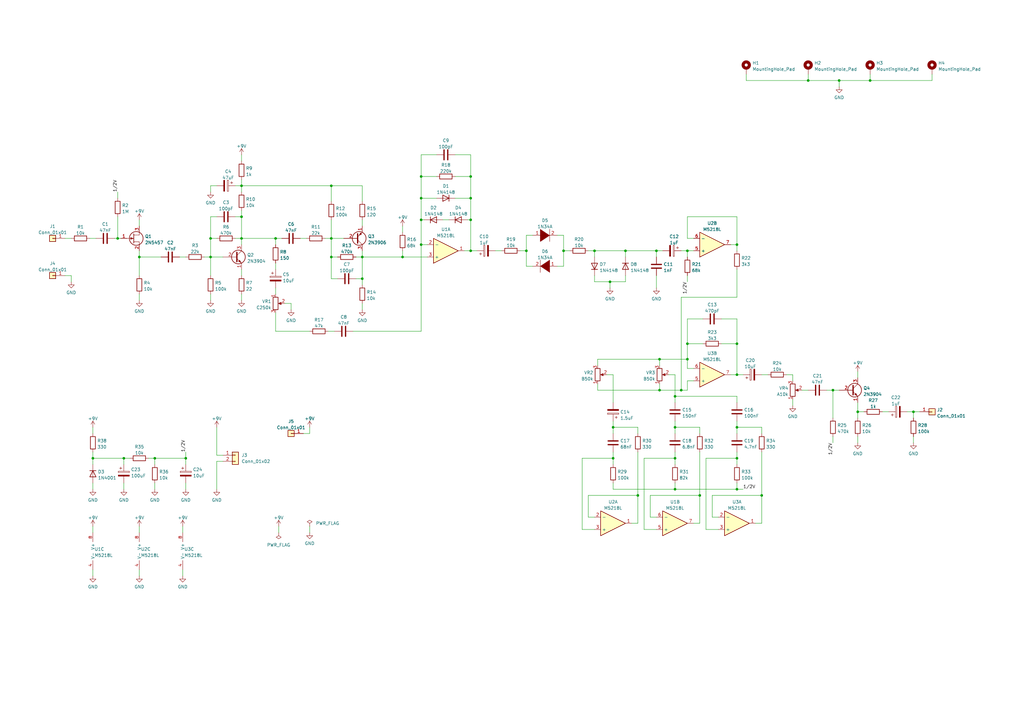
<source format=kicad_sch>
(kicad_sch (version 20211123) (generator eeschema)
  (paper "A3")
  (title_block (title "HS2") (date "2023-04-23") (rev "v1.0") (comment 1 "Author: Gabriel Mariano Marcelino <gabriel.mm8@gmail.com>"))
  (junction (at 148.59 114.3))
  (junction (at 86.36 105.41))
  (junction (at 57.15 105.41))
  (junction (at 302.26 187.96))
  (junction (at 148.59 105.41))
  (junction (at 251.46 175.26))
  (junction (at 276.86 187.96))
  (junction (at 38.1 187.96))
  (junction (at 302.26 100.33))
  (junction (at 312.42 203.2))
  (junction (at 302.26 140.97))
  (junction (at 193.04 90.17))
  (junction (at 276.86 162.56))
  (junction (at 250.19 115.57))
  (junction (at 172.72 81.28))
  (junction (at 231.14 102.87))
  (junction (at 193.04 72.39))
  (junction (at 351.79 168.91))
  (junction (at 302.26 153.67))
  (junction (at 135.89 105.41))
  (junction (at 165.1 105.41))
  (junction (at 172.72 90.17))
  (junction (at 356.87 33.02))
  (junction (at 48.26 97.79))
  (junction (at 281.94 140.97))
  (junction (at 302.26 175.26))
  (junction (at 63.5 187.96))
  (junction (at 135.89 76.2))
  (junction (at 135.89 97.79))
  (junction (at 281.94 147.32))
  (junction (at 256.54 102.87))
  (junction (at 193.04 102.87))
  (junction (at 341.63 160.02))
  (junction (at 279.4 160.02))
  (junction (at 215.9 102.87))
  (junction (at 261.62 203.2))
  (junction (at 281.94 102.87))
  (junction (at 344.17 33.02))
  (junction (at 302.26 200.66))
  (junction (at 99.06 88.9))
  (junction (at 270.51 147.32))
  (junction (at 99.06 97.79))
  (junction (at 287.02 203.2))
  (junction (at 374.65 168.91))
  (junction (at 50.8 187.96))
  (junction (at 243.84 102.87))
  (junction (at 251.46 187.96))
  (junction (at 86.36 97.79))
  (junction (at 276.86 175.26))
  (junction (at 331.47 33.02))
  (junction (at 172.72 72.39))
  (junction (at 193.04 81.28))
  (junction (at 172.72 100.33))
  (junction (at 99.06 76.2))
  (junction (at 276.86 200.66))
  (junction (at 76.2 187.96))
  (junction (at 269.24 102.87))
  (junction (at 113.03 97.79))
  (junction (at 270.51 160.02))
  (wire (pts (xy 276.86 185.42) (xy 276.86 187.96)))
  (wire (pts (xy 38.1 215.9) (xy 38.1 218.44)))
  (wire (pts (xy 351.79 152.4) (xy 351.79 154.94)))
  (wire (pts (xy 302.26 130.81) (xy 302.26 140.97)))
  (wire (pts (xy 215.9 109.22) (xy 215.9 102.87)))
  (wire (pts (xy 96.52 97.79) (xy 99.06 97.79)))
  (wire (pts (xy 264.16 217.17) (xy 264.16 187.96)))
  (wire (pts (xy 302.26 185.42) (xy 302.26 187.96)))
  (wire (pts (xy 99.06 88.9) (xy 99.06 97.79)))
  (wire (pts (xy 374.65 168.91) (xy 377.19 168.91)))
  (wire (pts (xy 113.03 97.79) (xy 113.03 100.33)))
  (wire (pts (xy 251.46 200.66) (xy 276.86 200.66)))
  (wire (pts (xy 60.96 187.96) (xy 63.5 187.96)))
  (wire (pts (xy 231.14 109.22) (xy 228.6 109.22)))
  (wire (pts (xy 114.3 215.9) (xy 114.3 218.44)))
  (wire (pts (xy 181.61 90.17) (xy 184.15 90.17)))
  (wire (pts (xy 281.94 102.87) (xy 281.94 105.41)))
  (wire (pts (xy 261.62 185.42) (xy 261.62 203.2)))
  (wire (pts (xy 269.24 105.41) (xy 269.24 102.87)))
  (wire (pts (xy 251.46 175.26) (xy 251.46 177.8)))
  (wire (pts (xy 119.38 124.46) (xy 119.38 127)))
  (wire (pts (xy 256.54 105.41) (xy 256.54 102.87)))
  (wire (pts (xy 148.59 124.46) (xy 148.59 127)))
  (wire (pts (xy 186.69 63.5) (xy 193.04 63.5)))
  (wire (pts (xy 276.86 187.96) (xy 276.86 190.5)))
  (wire (pts (xy 312.42 153.67) (xy 314.96 153.67)))
  (wire (pts (xy 127 215.9) (xy 127 218.44)))
  (wire (pts (xy 243.84 115.57) (xy 250.19 115.57)))
  (wire (pts (xy 135.89 76.2) (xy 135.89 82.55)))
  (wire (pts (xy 264.16 187.96) (xy 276.86 187.96)))
  (wire (pts (xy 295.91 140.97) (xy 302.26 140.97)))
  (wire (pts (xy 281.94 102.87) (xy 284.48 102.87)))
  (wire (pts (xy 172.72 90.17) (xy 172.72 100.33)))
  (wire (pts (xy 179.07 63.5) (xy 172.72 63.5)))
  (wire (pts (xy 281.94 156.21) (xy 281.94 160.02)))
  (wire (pts (xy 243.84 113.03) (xy 243.84 115.57)))
  (wire (pts (xy 256.54 113.03) (xy 256.54 115.57)))
  (wire (pts (xy 186.69 81.28) (xy 193.04 81.28)))
  (wire (pts (xy 238.76 217.17) (xy 238.76 187.96)))
  (wire (pts (xy 99.06 97.79) (xy 113.03 97.79)))
  (wire (pts (xy 48.26 78.74) (xy 48.26 81.28)))
  (wire (pts (xy 135.89 90.17) (xy 135.89 97.79)))
  (wire (pts (xy 99.06 76.2) (xy 135.89 76.2)))
  (wire (pts (xy 148.59 114.3) (xy 148.59 116.84)))
  (wire (pts (xy 135.89 105.41) (xy 138.43 105.41)))
  (wire (pts (xy 74.93 215.9) (xy 74.93 218.44)))
  (wire (pts (xy 266.7 203.2) (xy 266.7 212.09)))
  (wire (pts (xy 356.87 33.02) (xy 356.87 30.48)))
  (wire (pts (xy 243.84 102.87) (xy 256.54 102.87)))
  (wire (pts (xy 135.89 76.2) (xy 148.59 76.2)))
  (wire (pts (xy 299.72 100.33) (xy 302.26 100.33)))
  (wire (pts (xy 245.11 160.02) (xy 270.51 160.02)))
  (wire (pts (xy 29.21 113.03) (xy 29.21 115.57)))
  (wire (pts (xy 179.07 72.39) (xy 172.72 72.39)))
  (wire (pts (xy 354.33 168.91) (xy 351.79 168.91)))
  (wire (pts (xy 127 175.26) (xy 127 177.8)))
  (wire (pts (xy 289.56 217.17) (xy 294.64 217.17)))
  (wire (pts (xy 312.42 185.42) (xy 312.42 203.2)))
  (wire (pts (xy 309.88 214.63) (xy 312.42 214.63)))
  (wire (pts (xy 302.26 175.26) (xy 302.26 177.8)))
  (wire (pts (xy 284.48 214.63) (xy 287.02 214.63)))
  (wire (pts (xy 251.46 172.72) (xy 251.46 175.26)))
  (wire (pts (xy 86.36 120.65) (xy 86.36 123.19)))
  (wire (pts (xy 276.86 175.26) (xy 276.86 177.8)))
  (wire (pts (xy 281.94 113.03) (xy 281.94 115.57)))
  (wire (pts (xy 146.05 105.41) (xy 148.59 105.41)))
  (wire (pts (xy 172.72 72.39) (xy 172.72 81.28)))
  (wire (pts (xy 172.72 81.28) (xy 172.72 90.17)))
  (wire (pts (xy 190.5 102.87) (xy 193.04 102.87)))
  (wire (pts (xy 261.62 203.2) (xy 241.3 203.2)))
  (wire (pts (xy 245.11 147.32) (xy 270.51 147.32)))
  (wire (pts (xy 175.26 100.33) (xy 172.72 100.33)))
  (wire (pts (xy 279.4 102.87) (xy 281.94 102.87)))
  (wire (pts (xy 50.8 187.96) (xy 53.34 187.96)))
  (wire (pts (xy 99.06 120.65) (xy 99.06 123.19)))
  (wire (pts (xy 113.03 107.95) (xy 113.03 110.49)))
  (wire (pts (xy 215.9 96.52) (xy 215.9 102.87)))
  (wire (pts (xy 276.86 162.56) (xy 276.86 165.1)))
  (wire (pts (xy 57.15 105.41) (xy 66.04 105.41)))
  (wire (pts (xy 48.26 88.9) (xy 48.26 97.79)))
  (wire (pts (xy 63.5 198.12) (xy 63.5 200.66)))
  (wire (pts (xy 302.26 100.33) (xy 302.26 102.87)))
  (wire (pts (xy 351.79 179.07) (xy 351.79 181.61)))
  (wire (pts (xy 73.66 105.41) (xy 76.2 105.41)))
  (wire (pts (xy 302.26 165.1) (xy 302.26 162.56)))
  (wire (pts (xy 266.7 212.09) (xy 269.24 212.09)))
  (wire (pts (xy 331.47 30.48) (xy 331.47 33.02)))
  (wire (pts (xy 302.26 100.33) (xy 302.26 88.9)))
  (wire (pts (xy 251.46 185.42) (xy 251.46 187.96)))
  (wire (pts (xy 339.09 160.02) (xy 341.63 160.02)))
  (wire (pts (xy 250.19 115.57) (xy 250.19 118.11)))
  (wire (pts (xy 228.6 96.52) (xy 231.14 96.52)))
  (wire (pts (xy 57.15 120.65) (xy 57.15 123.19)))
  (wire (pts (xy 281.94 140.97) (xy 288.29 140.97)))
  (wire (pts (xy 238.76 187.96) (xy 251.46 187.96)))
  (wire (pts (xy 312.42 214.63) (xy 312.42 203.2)))
  (wire (pts (xy 302.26 162.56) (xy 276.86 162.56)))
  (wire (pts (xy 245.11 149.86) (xy 245.11 147.32)))
  (wire (pts (xy 57.15 215.9) (xy 57.15 218.44)))
  (wire (pts (xy 113.03 97.79) (xy 115.57 97.79)))
  (wire (pts (xy 63.5 187.96) (xy 76.2 187.96)))
  (wire (pts (xy 241.3 203.2) (xy 241.3 212.09)))
  (wire (pts (xy 148.59 105.41) (xy 148.59 114.3)))
  (wire (pts (xy 312.42 177.8) (xy 312.42 175.26)))
  (wire (pts (xy 281.94 130.81) (xy 281.94 140.97)))
  (wire (pts (xy 83.82 105.41) (xy 86.36 105.41)))
  (wire (pts (xy 270.51 147.32) (xy 270.51 149.86)))
  (wire (pts (xy 261.62 214.63) (xy 261.62 203.2)))
  (wire (pts (xy 99.06 86.36) (xy 99.06 88.9)))
  (wire (pts (xy 193.04 102.87) (xy 193.04 90.17)))
  (wire (pts (xy 382.27 33.02) (xy 356.87 33.02)))
  (wire (pts (xy 287.02 214.63) (xy 287.02 203.2)))
  (wire (pts (xy 274.32 153.67) (xy 276.86 153.67)))
  (wire (pts (xy 243.84 217.17) (xy 238.76 217.17)))
  (wire (pts (xy 351.79 165.1) (xy 351.79 168.91)))
  (wire (pts (xy 295.91 130.81) (xy 302.26 130.81)))
  (wire (pts (xy 38.1 198.12) (xy 38.1 200.66)))
  (wire (pts (xy 276.86 200.66) (xy 302.26 200.66)))
  (wire (pts (xy 99.06 76.2) (xy 99.06 78.74)))
  (wire (pts (xy 48.26 97.79) (xy 49.53 97.79)))
  (wire (pts (xy 88.9 189.23) (xy 91.44 189.23)))
  (wire (pts (xy 328.93 160.02) (xy 331.47 160.02)))
  (wire (pts (xy 269.24 102.87) (xy 256.54 102.87)))
  (wire (pts (xy 341.63 160.02) (xy 344.17 160.02)))
  (wire (pts (xy 99.06 110.49) (xy 99.06 113.03)))
  (wire (pts (xy 99.06 73.66) (xy 99.06 76.2)))
  (wire (pts (xy 88.9 175.26) (xy 88.9 186.69)))
  (wire (pts (xy 269.24 113.03) (xy 269.24 118.11)))
  (wire (pts (xy 312.42 203.2) (xy 292.1 203.2)))
  (wire (pts (xy 302.26 153.67) (xy 302.26 140.97)))
  (wire (pts (xy 344.17 33.02) (xy 344.17 35.56)))
  (wire (pts (xy 50.8 187.96) (xy 50.8 190.5)))
  (wire (pts (xy 134.62 135.89) (xy 137.16 135.89)))
  (wire (pts (xy 302.26 175.26) (xy 312.42 175.26)))
  (wire (pts (xy 186.69 72.39) (xy 193.04 72.39)))
  (wire (pts (xy 361.95 168.91) (xy 364.49 168.91)))
  (wire (pts (xy 288.29 130.81) (xy 281.94 130.81)))
  (wire (pts (xy 86.36 88.9) (xy 86.36 97.79)))
  (wire (pts (xy 302.26 200.66) (xy 304.8 200.66)))
  (wire (pts (xy 57.15 105.41) (xy 57.15 113.03)))
  (wire (pts (xy 38.1 185.42) (xy 38.1 187.96)))
  (wire (pts (xy 279.4 160.02) (xy 281.94 160.02)))
  (wire (pts (xy 284.48 156.21) (xy 281.94 156.21)))
  (wire (pts (xy 113.03 118.11) (xy 113.03 120.65)))
  (wire (pts (xy 86.36 105.41) (xy 86.36 113.03)))
  (wire (pts (xy 96.52 88.9) (xy 99.06 88.9)))
  (wire (pts (xy 50.8 198.12) (xy 50.8 200.66)))
  (wire (pts (xy 165.1 102.87) (xy 165.1 105.41)))
  (wire (pts (xy 251.46 153.67) (xy 251.46 165.1)))
  (wire (pts (xy 57.15 90.17) (xy 57.15 92.71)))
  (wire (pts (xy 281.94 151.13) (xy 281.94 147.32)))
  (wire (pts (xy 279.4 121.92) (xy 302.26 121.92)))
  (wire (pts (xy 241.3 212.09) (xy 243.84 212.09)))
  (wire (pts (xy 38.1 187.96) (xy 38.1 190.5)))
  (wire (pts (xy 113.03 128.27) (xy 113.03 135.89)))
  (wire (pts (xy 248.92 153.67) (xy 251.46 153.67)))
  (wire (pts (xy 251.46 187.96) (xy 251.46 190.5)))
  (wire (pts (xy 193.04 63.5) (xy 193.04 72.39)))
  (wire (pts (xy 270.51 160.02) (xy 270.51 157.48)))
  (wire (pts (xy 251.46 198.12) (xy 251.46 200.66)))
  (wire (pts (xy 193.04 102.87) (xy 195.58 102.87)))
  (wire (pts (xy 99.06 63.5) (xy 99.06 66.04)))
  (wire (pts (xy 179.07 81.28) (xy 172.72 81.28)))
  (wire (pts (xy 86.36 76.2) (xy 88.9 76.2)))
  (wire (pts (xy 264.16 217.17) (xy 269.24 217.17)))
  (wire (pts (xy 113.03 135.89) (xy 127 135.89)))
  (wire (pts (xy 146.05 114.3) (xy 148.59 114.3)))
  (wire (pts (xy 322.58 153.67) (xy 325.12 153.67)))
  (wire (pts (xy 215.9 102.87) (xy 213.36 102.87)))
  (wire (pts (xy 173.99 90.17) (xy 172.72 90.17)))
  (wire (pts (xy 276.86 175.26) (xy 287.02 175.26)))
  (wire (pts (xy 243.84 102.87) (xy 243.84 105.41)))
  (wire (pts (xy 88.9 88.9) (xy 86.36 88.9)))
  (wire (pts (xy 302.26 121.92) (xy 302.26 110.49)))
  (wire (pts (xy 148.59 90.17) (xy 148.59 92.71)))
  (wire (pts (xy 135.89 114.3) (xy 138.43 114.3)))
  (wire (pts (xy 26.67 113.03) (xy 29.21 113.03)))
  (wire (pts (xy 148.59 76.2) (xy 148.59 82.55)))
  (wire (pts (xy 284.48 151.13) (xy 281.94 151.13)))
  (wire (pts (xy 292.1 203.2) (xy 292.1 212.09)))
  (wire (pts (xy 193.04 90.17) (xy 191.77 90.17)))
  (wire (pts (xy 172.72 63.5) (xy 172.72 72.39)))
  (wire (pts (xy 372.11 168.91) (xy 374.65 168.91)))
  (wire (pts (xy 259.08 214.63) (xy 261.62 214.63)))
  (wire (pts (xy 165.1 105.41) (xy 175.26 105.41)))
  (wire (pts (xy 172.72 135.89) (xy 144.78 135.89)))
  (wire (pts (xy 63.5 187.96) (xy 63.5 190.5)))
  (wire (pts (xy 96.52 76.2) (xy 99.06 76.2)))
  (wire (pts (xy 86.36 78.74) (xy 86.36 76.2)))
  (wire (pts (xy 218.44 96.52) (xy 215.9 96.52)))
  (wire (pts (xy 306.07 30.48) (xy 306.07 33.02)))
  (wire (pts (xy 276.86 153.67) (xy 276.86 162.56)))
  (wire (pts (xy 289.56 217.17) (xy 289.56 187.96)))
  (wire (pts (xy 302.26 153.67) (xy 304.8 153.67)))
  (wire (pts (xy 193.04 72.39) (xy 193.04 81.28)))
  (wire (pts (xy 245.11 157.48) (xy 245.11 160.02)))
  (wire (pts (xy 36.83 97.79) (xy 39.37 97.79)))
  (wire (pts (xy 302.26 172.72) (xy 302.26 175.26)))
  (wire (pts (xy 382.27 30.48) (xy 382.27 33.02)))
  (wire (pts (xy 86.36 97.79) (xy 88.9 97.79)))
  (wire (pts (xy 270.51 160.02) (xy 279.4 160.02)))
  (wire (pts (xy 38.1 187.96) (xy 50.8 187.96)))
  (wire (pts (xy 374.65 168.91) (xy 374.65 171.45)))
  (wire (pts (xy 250.19 115.57) (xy 256.54 115.57)))
  (wire (pts (xy 281.94 88.9) (xy 281.94 97.79)))
  (wire (pts (xy 172.72 100.33) (xy 172.72 135.89)))
  (wire (pts (xy 99.06 97.79) (xy 99.06 100.33)))
  (wire (pts (xy 287.02 177.8) (xy 287.02 175.26)))
  (wire (pts (xy 127 177.8) (xy 124.46 177.8)))
  (wire (pts (xy 38.1 233.68) (xy 38.1 236.22)))
  (wire (pts (xy 123.19 97.79) (xy 125.73 97.79)))
  (wire (pts (xy 57.15 233.68) (xy 57.15 236.22)))
  (wire (pts (xy 281.94 97.79) (xy 284.48 97.79)))
  (wire (pts (xy 374.65 179.07) (xy 374.65 181.61)))
  (wire (pts (xy 279.4 160.02) (xy 279.4 121.92)))
  (wire (pts (xy 289.56 187.96) (xy 302.26 187.96)))
  (wire (pts (xy 135.89 105.41) (xy 135.89 114.3)))
  (wire (pts (xy 281.94 147.32) (xy 281.94 140.97)))
  (wire (pts (xy 299.72 153.67) (xy 302.26 153.67)))
  (wire (pts (xy 38.1 175.26) (xy 38.1 177.8)))
  (wire (pts (xy 203.2 102.87) (xy 205.74 102.87)))
  (wire (pts (xy 306.07 33.02) (xy 331.47 33.02)))
  (wire (pts (xy 251.46 175.26) (xy 261.62 175.26)))
  (wire (pts (xy 231.14 102.87) (xy 231.14 109.22)))
  (wire (pts (xy 218.44 109.22) (xy 215.9 109.22)))
  (wire (pts (xy 325.12 163.83) (xy 325.12 166.37)))
  (wire (pts (xy 135.89 97.79) (xy 140.97 97.79)))
  (wire (pts (xy 292.1 212.09) (xy 294.64 212.09)))
  (wire (pts (xy 351.79 168.91) (xy 351.79 171.45)))
  (wire (pts (xy 276.86 172.72) (xy 276.86 175.26)))
  (wire (pts (xy 261.62 177.8) (xy 261.62 175.26)))
  (wire (pts (xy 26.67 97.79) (xy 29.21 97.79)))
  (wire (pts (xy 193.04 81.28) (xy 193.04 90.17)))
  (wire (pts (xy 269.24 102.87) (xy 271.78 102.87)))
  (wire (pts (xy 74.93 233.68) (xy 74.93 236.22)))
  (wire (pts (xy 165.1 105.41) (xy 148.59 105.41)))
  (wire (pts (xy 76.2 190.5) (xy 76.2 187.96)))
  (wire (pts (xy 325.12 153.67) (xy 325.12 156.21)))
  (wire (pts (xy 302.26 198.12) (xy 302.26 200.66)))
  (wire (pts (xy 86.36 105.41) (xy 91.44 105.41)))
  (wire (pts (xy 276.86 200.66) (xy 276.86 198.12)))
  (wire (pts (xy 231.14 102.87) (xy 233.68 102.87)))
  (wire (pts (xy 133.35 97.79) (xy 135.89 97.79)))
  (wire (pts (xy 231.14 96.52) (xy 231.14 102.87)))
  (wire (pts (xy 344.17 33.02) (xy 356.87 33.02)))
  (wire (pts (xy 116.84 124.46) (xy 119.38 124.46)))
  (wire (pts (xy 241.3 102.87) (xy 243.84 102.87)))
  (wire (pts (xy 287.02 185.42) (xy 287.02 203.2)))
  (wire (pts (xy 135.89 97.79) (xy 135.89 105.41)))
  (wire (pts (xy 88.9 186.69) (xy 91.44 186.69)))
  (wire (pts (xy 302.26 187.96) (xy 302.26 190.5)))
  (wire (pts (xy 88.9 200.66) (xy 88.9 189.23)))
  (wire (pts (xy 76.2 198.12) (xy 76.2 200.66)))
  (wire (pts (xy 46.99 97.79) (xy 48.26 97.79)))
  (wire (pts (xy 148.59 102.87) (xy 148.59 105.41)))
  (wire (pts (xy 302.26 88.9) (xy 281.94 88.9)))
  (wire (pts (xy 341.63 160.02) (xy 341.63 171.45)))
  (wire (pts (xy 270.51 147.32) (xy 281.94 147.32)))
  (wire (pts (xy 287.02 203.2) (xy 266.7 203.2)))
  (wire (pts (xy 165.1 92.71) (xy 165.1 95.25)))
  (wire (pts (xy 341.63 179.07) (xy 341.63 181.61)))
  (wire (pts (xy 331.47 33.02) (xy 344.17 33.02)))
  (wire (pts (xy 57.15 102.87) (xy 57.15 105.41)))
  (wire (pts (xy 86.36 97.79) (xy 86.36 105.41)))
  (wire (pts (xy 76.2 185.42) (xy 76.2 187.96)))
  (label "1{slash}2V" (at 76.2 185.42 90))
  (label "1{slash}2V" (at 304.8 200.66 0))
  (label "1{slash}2V" (at 48.26 78.74 90))
  (label "1{slash}2V" (at 341.63 181.61 270))
  (label "1{slash}2V" (at 281.94 115.57 270))
  (symbol (lib_id "Device:R_Potentiometer") (at 325.12 160.02 0) (mirror x) (unit 1)
    (property "Reference" "VR4" (at 323.342 159.1853 0) (effects (justify right)))
    (property "Value" "A10k" (at 323.342 161.7222 0) (effects (justify right)))
    (property "Footprint" "TerminalBlock:TerminalBlock_bornier-3_P5.08mm" (effects hide))
  )
  (symbol (lib_id "Device:C_Polarized") (at 92.71 76.2 270) (unit 1)
    (property "Reference" "C4" (at 93.599 70.3412 90))
    (property "Value" "47uF" (at 93.599 72.8781 90))
    (property "Footprint" "Capacitor_THT:CP_Radial_D5.0mm_P2.50mm" (effects hide))
  )
  (symbol (lib_id "Device:C") (at 335.28 160.02 90) (unit 1)
    (property "Reference" "C21" (at 335.28 154.1612 90))
    (property "Value" "47nF" (at 335.28 156.6981 90))
    (property "Footprint" "Capacitor_THT:C_Disc_D4.3mm_W1.9mm_P5.00mm" (effects hide))
  )
  (symbol (lib_id "power:GND") (at 86.36 78.74 0) (unit 1)
    (property "Reference" "#PWR014" (effects hide))
    (property "Value" "GND" (at 86.36 83.1834 0))
  )
  (symbol (lib_id "power:GND") (at 76.2 200.66 0) (unit 1)
    (property "Reference" "#PWR013" (effects hide))
    (property "Value" "GND" (at 76.2 205.1034 0))
  )
  (symbol (lib_id "Device:C_Polarized") (at 368.3 168.91 90) (unit 1)
    (property "Reference" "C22" (at 367.411 163.0512 90))
    (property "Value" "1uF" (at 367.411 165.5881 90))
    (property "Footprint" "Capacitor_THT:CP_Radial_D5.0mm_P2.50mm" (effects hide))
  )
  (symbol (lib_id "Connector_Generic:Conn_01x01") (at 21.59 113.03 180) (unit 1)
    (property "Reference" "J4" (at 21.59 108.0602 0))
    (property "Value" "Conn_01x01" (at 21.59 110.5971 0))
    (property "Footprint" "Connector_PinHeader_2.54mm:PinHeader_1x01_P2.54mm_Vertical" (effects hide))
  )
  (symbol (lib_id "Device:Opamp_Dual") (at 292.1 153.67 0) (mirror x) (unit 2)
    (property "Reference" "U3" (at 292.1 144.8902 0))
    (property "Value" "M5218L" (at 292.1 147.4271 0))
    (property "Footprint" "Package_SIP:SIP-8_19x3mm_P2.54mm" (effects hide))
  )
  (symbol (lib_id "Device:R") (at 99.06 116.84 180) (unit 1)
    (property "Reference" "R7" (at 100.838 116.0053 0) (effects (justify right)))
    (property "Value" "22" (at 100.838 118.5422 0) (effects (justify right)))
    (property "Footprint" "Resistor_THT:R_Axial_DIN0207_L6.3mm_D2.5mm_P10.16mm_Horizontal" (effects hide))
  )
  (symbol (lib_id "Diode:1N4148") (at 177.8 90.17 0) (unit 1)
    (property "Reference" "D2" (at 177.8 85.2002 0))
    (property "Value" "1N4148" (at 177.8 87.7371 0))
    (property "Footprint" "Diode_THT:D_DO-35_SOD27_P7.62mm_Horizontal" (effects hide))
    (property "Datasheet" "https://assets.nexperia.com/documents/data-sheet/1N4148_1N4448.pdf" (effects hide))
  )
  (symbol (lib_id "Device:R") (at 33.02 97.79 90) (unit 1)
    (property "Reference" "R1" (at 33.02 93.0742 90))
    (property "Value" "10k" (at 33.02 95.6111 90))
    (property "Footprint" "Resistor_THT:R_Axial_DIN0207_L6.3mm_D2.5mm_P10.16mm_Horizontal" (effects hide))
  )
  (symbol (lib_id "Device:R") (at 281.94 109.22 180) (unit 1)
    (property "Reference" "R21" (at 283.718 108.3853 0) (effects (justify right)))
    (property "Value" "68k" (at 283.718 110.9222 0) (effects (justify right)))
    (property "Footprint" "Resistor_THT:R_Axial_DIN0207_L6.3mm_D2.5mm_P10.16mm_Horizontal" (effects hide))
  )
  (symbol (lib_id "power:+9V") (at 38.1 175.26 0) (unit 1)
    (property "Reference" "#PWR01" (effects hide))
    (property "Value" "+9V" (at 38.1 171.6842 0))
  )
  (symbol (lib_id "power:+9V") (at 351.79 152.4 0) (unit 1)
    (property "Reference" "#PWR025" (effects hide))
    (property "Value" "+9V" (at 351.79 148.8242 0))
  )
  (symbol (lib_id "Transistor_BJT:2N3904") (at 96.52 105.41 0) (unit 1)
    (property "Reference" "Q2" (at 101.3714 104.5753 0) (effects (justify left)))
    (property "Value" "2N3904" (at 101.3714 107.1122 0) (effects (justify left)))
    (property "Footprint" "Package_TO_SOT_THT:TO-92_Inline" (effects hide))
    (property "Datasheet" "https://www.onsemi.com/pub/Collateral/2N3903-D.PDF" (effects hide))
  )
  (symbol (lib_id "power:GND") (at 344.17 35.56 0) (unit 1)
    (property "Reference" "#PWR024" (effects hide))
    (property "Value" "GND" (at 344.17 40.0034 0))
  )
  (symbol (lib_id "Diode:1N4148") (at 256.54 109.22 270) (unit 1)
    (property "Reference" "D8" (at 258.572 108.3853 90) (effects (justify left)))
    (property "Value" "1N4148" (at 258.572 110.9222 90) (effects (justify left)))
    (property "Footprint" "Diode_THT:D_DO-35_SOD27_P7.62mm_Horizontal" (effects hide))
    (property "Datasheet" "https://assets.nexperia.com/documents/data-sheet/1N4148_1N4448.pdf" (effects hide))
  )
  (symbol (lib_id "power:GND") (at 74.93 236.22 0) (unit 1)
    (property "Reference" "#PWR012" (effects hide))
    (property "Value" "GND" (at 74.93 240.6634 0))
  )
  (symbol (lib_id "power:GND") (at 63.5 200.66 0) (unit 1)
    (property "Reference" "#PWR010" (effects hide))
    (property "Value" "GND" (at 63.5 205.1034 0))
  )
  (symbol (lib_id "Device:R") (at 99.06 82.55 180) (unit 1)
    (property "Reference" "R10" (at 100.838 81.7153 0) (effects (justify right)))
    (property "Value" "10k" (at 100.838 84.2522 0) (effects (justify right)))
    (property "Footprint" "Resistor_THT:R_Axial_DIN0207_L6.3mm_D2.5mm_P10.16mm_Horizontal" (effects hide))
  )
  (symbol (lib_id "power:GND") (at 325.12 166.37 0) (unit 1)
    (property "Reference" "#PWR023" (effects hide))
    (property "Value" "GND" (at 325.12 170.8134 0))
  )
  (symbol (lib_id "Device:Opamp_Dual") (at 251.46 214.63 0) (mirror x) (unit 1)
    (property "Reference" "U2" (at 251.46 205.8502 0))
    (property "Value" "M5218L" (at 251.46 208.3871 0))
    (property "Footprint" "Package_SIP:SIP-8_19x3mm_P2.54mm" (effects hide))
  )
  (symbol (lib_id "Device:R") (at 48.26 85.09 180) (unit 1)
    (property "Reference" "R2" (at 50.038 84.2553 0) (effects (justify right)))
    (property "Value" "1M" (at 50.038 86.7922 0) (effects (justify right)))
    (property "Footprint" "Resistor_THT:R_Axial_DIN0207_L6.3mm_D2.5mm_P10.16mm_Horizontal" (effects hide))
  )
  (symbol (lib_id "Device:C") (at 140.97 135.89 90) (unit 1)
    (property "Reference" "C8" (at 140.97 130.0312 90))
    (property "Value" "47nF" (at 140.97 132.5681 90))
    (property "Footprint" "Capacitor_THT:C_Disc_D4.3mm_W1.9mm_P5.00mm" (effects hide))
  )
  (symbol (lib_id "Device:R") (at 341.63 175.26 180) (unit 1)
    (property "Reference" "R25" (at 343.408 174.4253 0) (effects (justify right)))
    (property "Value" "470k" (at 343.408 176.9622 0) (effects (justify right)))
    (property "Footprint" "Resistor_THT:R_Axial_DIN0207_L6.3mm_D2.5mm_P10.16mm_Horizontal" (effects hide))
  )
  (symbol (lib_id "power:+9V") (at 57.15 90.17 0) (unit 1)
    (property "Reference" "#PWR06" (effects hide))
    (property "Value" "+9V" (at 57.15 86.5942 0))
  )
  (symbol (lib_id "Device:R") (at 237.49 102.87 90) (unit 1)
    (property "Reference" "R20" (at 237.49 98.1542 90))
    (property "Value" "10k" (at 237.49 100.6911 90))
    (property "Footprint" "Resistor_THT:R_Axial_DIN0207_L6.3mm_D2.5mm_P10.16mm_Horizontal" (effects hide))
  )
  (symbol (lib_id "Device:R") (at 292.1 140.97 90) (unit 1)
    (property "Reference" "R23" (at 292.1 136.2542 90))
    (property "Value" "3k3" (at 292.1 138.7911 90))
    (property "Footprint" "Resistor_THT:R_Axial_DIN0207_L6.3mm_D2.5mm_P10.16mm_Horizontal" (effects hide))
  )
  (symbol (lib_id "Device:C") (at 269.24 109.22 0) (unit 1)
    (property "Reference" "C11" (at 272.161 108.3853 0) (effects (justify left)))
    (property "Value" "1nF" (at 272.161 110.9222 0) (effects (justify left)))
    (property "Footprint" "Capacitor_THT:CP_Radial_D5.0mm_P2.50mm" (effects hide))
  )
  (symbol (lib_id "Device:C") (at 92.71 88.9 90) (unit 1)
    (property "Reference" "C3" (at 92.71 83.0412 90))
    (property "Value" "100pF" (at 92.71 85.5781 90))
    (property "Footprint" "Capacitor_THT:C_Disc_D4.3mm_W1.9mm_P5.00mm" (effects hide))
  )
  (symbol (lib_id "Device:R") (at 99.06 69.85 180) (unit 1)
    (property "Reference" "R9" (at 100.838 69.0153 0) (effects (justify right)))
    (property "Value" "1k" (at 100.838 71.5522 0) (effects (justify right)))
    (property "Footprint" "Resistor_THT:R_Axial_DIN0207_L6.3mm_D2.5mm_P10.16mm_Horizontal" (effects hide))
  )
  (symbol (lib_id "Device:R") (at 318.77 153.67 90) (unit 1)
    (property "Reference" "R24" (at 318.77 148.9542 90))
    (property "Value" "10k" (at 318.77 151.4911 90))
    (property "Footprint" "Resistor_THT:R_Axial_DIN0207_L6.3mm_D2.5mm_P10.16mm_Horizontal" (effects hide))
  )
  (symbol (lib_id "Device:C") (at 119.38 97.79 90) (unit 1)
    (property "Reference" "C6" (at 119.38 91.9312 90))
    (property "Value" "47nF" (at 119.38 94.4681 90))
    (property "Footprint" "Capacitor_THT:C_Disc_D4.3mm_W1.9mm_P5.00mm" (effects hide))
  )
  (symbol (lib_id "power:+9V") (at 127 175.26 0) (unit 1)
    (property "Reference" "#PWR031" (effects hide))
    (property "Value" "+9V" (at 127 171.6842 0))
  )
  (symbol (lib_id "power:GND") (at 88.9 200.66 0) (unit 1)
    (property "Reference" "#PWR029" (effects hide))
    (property "Value" "GND" (at 88.9 205.1034 0))
  )
  (symbol (lib_id "power:GND") (at 29.21 115.57 0) (unit 1)
    (property "Reference" "#PWR030" (effects hide))
    (property "Value" "GND" (at 29.21 120.0134 0))
  )
  (symbol (lib_id "Device:R") (at 165.1 99.06 180) (unit 1)
    (property "Reference" "R16" (at 166.878 98.2253 0) (effects (justify right)))
    (property "Value" "68k" (at 166.878 100.7622 0) (effects (justify right)))
    (property "Footprint" "Resistor_THT:R_Axial_DIN0207_L6.3mm_D2.5mm_P10.16mm_Horizontal" (effects hide))
  )
  (symbol (lib_id "Connector_Generic:Conn_01x01") (at 21.59 97.79 180) (unit 1)
    (property "Reference" "J1" (at 21.59 92.8202 0))
    (property "Value" "Conn_01x01" (at 21.59 95.3571 0))
    (property "Footprint" "Connector_PinHeader_2.54mm:PinHeader_1x01_P2.54mm_Vertical" (effects hide))
  )
  (symbol (lib_id "Mechanical:MountingHole_Pad") (at 306.07 27.94 0) (unit 1)
    (property "Reference" "H1" (at 308.61 25.8353 0) (effects (justify left)))
    (property "Value" "MountingHole_Pad" (at 308.61 28.3722 0) (effects (justify left)))
    (property "Footprint" "MountingHole:MountingHole_3.2mm_M3_Pad_TopBottom" (effects hide))
  )
  (symbol (lib_id "Device:R") (at 302.26 106.68 180) (unit 1)
    (property "Reference" "R22" (at 304.038 105.8453 0) (effects (justify right)))
    (property "Value" "3k3" (at 304.038 108.3822 0) (effects (justify right)))
    (property "Footprint" "Resistor_THT:R_Axial_DIN0207_L6.3mm_D2.5mm_P10.16mm_Horizontal" (effects hide))
  )
  (symbol (lib_id "Device:C") (at 276.86 168.91 0) (unit 1)
    (property "Reference" "C15" (at 279.781 168.0753 0) (effects (justify left)))
    (property "Value" "150nF" (at 279.781 170.6122 0) (effects (justify left)))
    (property "Footprint" "Capacitor_THT:C_Disc_D4.3mm_W1.9mm_P5.00mm" (effects hide))
  )
  (symbol (lib_id "Device:R") (at 129.54 97.79 90) (unit 1)
    (property "Reference" "R11" (at 129.54 93.0742 90))
    (property "Value" "22k" (at 129.54 95.6111 90))
    (property "Footprint" "Resistor_THT:R_Axial_DIN0207_L6.3mm_D2.5mm_P10.16mm_Horizontal" (effects hide))
  )
  (symbol (lib_id "Transistor_FET:BF245A") (at 54.61 97.79 0) (unit 1)
    (property "Reference" "Q1" (at 59.4614 96.9553 0) (effects (justify left)))
    (property "Value" "2N5457" (at 59.4614 99.4922 0) (effects (justify left)))
    (property "Footprint" "Package_TO_SOT_THT:TO-92_Inline" (effects hide))
    (property "Datasheet" "https://www.onsemi.com/pub/Collateral/BF245A-D.PDF" (effects hide))
  )
  (symbol (lib_id "Device:C") (at 292.1 130.81 90) (unit 1)
    (property "Reference" "C13" (at 292.1 124.9512 90))
    (property "Value" "470pF" (at 292.1 127.4881 90))
    (property "Footprint" "Capacitor_THT:C_Disc_D4.3mm_W1.9mm_P5.00mm" (effects hide))
  )
  (symbol (lib_id "Device:R") (at 374.65 175.26 180) (unit 1)
    (property "Reference" "R28" (at 376.428 174.4253 0) (effects (justify right)))
    (property "Value" "100k" (at 376.428 176.9622 0) (effects (justify right)))
    (property "Footprint" "Resistor_THT:R_Axial_DIN0207_L6.3mm_D2.5mm_P10.16mm_Horizontal" (effects hide))
  )
  (symbol (lib_id "power:PWR_FLAG") (at 114.3 218.44 180) (unit 1)
    (property "Reference" "#FLG0101" (effects hide))
    (property "Value" "PWR_FLAG" (at 114.3 223.52 0))
  )
  (symbol (lib_id "Device:C") (at 302.26 181.61 0) (unit 1)
    (property "Reference" "C19" (at 305.181 180.7753 0) (effects (justify left)))
    (property "Value" "4.7nF" (at 305.181 183.3122 0) (effects (justify left)))
    (property "Footprint" "Capacitor_THT:C_Disc_D4.3mm_W1.9mm_P5.00mm" (effects hide))
  )
  (symbol (lib_id "Device:Opamp_Dual") (at 182.88 102.87 0) (mirror x) (unit 1)
    (property "Reference" "U1" (at 182.88 94.0902 0))
    (property "Value" "M5218L" (at 182.88 96.6271 0))
    (property "Footprint" "Package_SIP:SIP-8_19x3mm_P2.54mm" (effects hide))
  )
  (symbol (lib_id "Transistor_BJT:2N3904") (at 349.25 160.02 0) (unit 1)
    (property "Reference" "Q4" (at 354.1014 159.1853 0) (effects (justify left)))
    (property "Value" "2N3904" (at 354.1014 161.7222 0) (effects (justify left)))
    (property "Footprint" "Package_TO_SOT_THT:TO-92_Inline" (effects hide))
    (property "Datasheet" "https://www.onsemi.com/pub/Collateral/2N3903-D.PDF" (effects hide))
  )
  (symbol (lib_id "power:+9V") (at 88.9 175.26 0) (unit 1)
    (property "Reference" "#PWR028" (effects hide))
    (property "Value" "+9V" (at 88.9 171.6842 0))
  )
  (symbol (lib_id "Device:C") (at 251.46 181.61 0) (unit 1)
    (property "Reference" "C17" (at 254.381 180.7753 0) (effects (justify left)))
    (property "Value" "68nF" (at 254.381 183.3122 0) (effects (justify left)))
    (property "Footprint" "Capacitor_THT:C_Disc_D4.3mm_W1.9mm_P5.00mm" (effects hide))
  )
  (symbol (lib_id "Transistor_BJT:2N3906") (at 146.05 97.79 0) (mirror x) (unit 1)
    (property "Reference" "Q3" (at 150.9014 96.9553 0) (effects (justify left)))
    (property "Value" "2N3906" (at 150.9014 99.4922 0) (effects (justify left)))
    (property "Footprint" "Package_TO_SOT_THT:TO-92_Inline" (effects hide))
    (property "Datasheet" "https://www.onsemi.com/pub/Collateral/2N3906-D.PDF" (effects hide))
  )
  (symbol (lib_id "Connector_Generic:Conn_01x02") (at 96.52 186.69 0) (unit 1)
    (property "Reference" "J3" (at 99.06 186.6899 0) (effects (justify left)))
    (property "Value" "Conn_01x02" (at 99.06 189.2299 0) (effects (justify left)))
    (property "Footprint" "Connector_PinHeader_2.54mm:PinHeader_1x02_P2.54mm_Vertical" (effects hide))
  )
  (symbol (lib_id "Diode:1N4001") (at 38.1 194.31 270) (unit 1)
    (property "Reference" "D3" (at 40.132 193.4753 90) (effects (justify left)))
    (property "Value" "1N4001" (at 40.132 196.0122 90) (effects (justify left)))
    (property "Footprint" "Diode_THT:D_DO-41_SOD81_P10.16mm_Horizontal" (effects hide))
    (property "Datasheet" "http://www.vishay.com/docs/88503/1n4001.pdf" (effects hide))
  )
  (symbol (lib_id "Device:R_Potentiometer") (at 270.51 153.67 0) (mirror x) (unit 1)
    (property "Reference" "VR3" (at 268.732 152.8353 0) (effects (justify right)))
    (property "Value" "B50k" (at 268.732 155.3722 0) (effects (justify right)))
    (property "Footprint" "TerminalBlock:TerminalBlock_bornier-3_P5.08mm" (effects hide))
  )
  (symbol (lib_id "Device:R_Potentiometer") (at 245.11 153.67 0) (mirror x) (unit 1)
    (property "Reference" "VR2" (at 243.332 152.8353 0) (effects (justify right)))
    (property "Value" "B50k" (at 243.332 155.3722 0) (effects (justify right)))
    (property "Footprint" "TerminalBlock:TerminalBlock_bornier-3_P5.08mm" (effects hide))
  )
  (symbol (lib_id "power:GND") (at 38.1 200.66 0) (unit 1)
    (property "Reference" "#PWR02" (effects hide))
    (property "Value" "GND" (at 38.1 205.1034 0))
  )
  (symbol (lib_id "power:GND") (at 351.79 181.61 0) (unit 1)
    (property "Reference" "#PWR026" (effects hide))
    (property "Value" "GND" (at 351.79 186.0534 0))
  )
  (symbol (lib_id "Device:R") (at 351.79 175.26 180) (unit 1)
    (property "Reference" "R26" (at 353.568 174.4253 0) (effects (justify right)))
    (property "Value" "10k" (at 353.568 176.9622 0) (effects (justify right)))
    (property "Footprint" "Resistor_THT:R_Axial_DIN0207_L6.3mm_D2.5mm_P10.16mm_Horizontal" (effects hide))
  )
  (symbol (lib_id "Device:R") (at 276.86 194.31 180) (unit 1)
    (property "Reference" "R31" (at 278.638 193.4753 0) (effects (justify right)))
    (property "Value" "82k" (at 278.638 196.0122 0) (effects (justify right)))
    (property "Footprint" "Resistor_THT:R_Axial_DIN0207_L6.3mm_D2.5mm_P10.16mm_Horizontal" (effects hide))
  )
  (symbol (lib_id "Device:C") (at 302.26 168.91 0) (unit 1)
    (property "Reference" "C16" (at 305.181 168.0753 0) (effects (justify left)))
    (property "Value" "100nF" (at 305.181 170.6122 0) (effects (justify left)))
    (property "Footprint" "Capacitor_THT:C_Disc_D4.3mm_W1.9mm_P5.00mm" (effects hide))
  )
  (symbol (lib_id "Device:R") (at 92.71 97.79 90) (unit 1)
    (property "Reference" "R6" (at 92.71 93.0742 90))
    (property "Value" "470k" (at 92.71 95.6111 90))
    (property "Footprint" "Resistor_THT:R_Axial_DIN0207_L6.3mm_D2.5mm_P10.16mm_Horizontal" (effects hide))
  )
  (symbol (lib_id "Device:R") (at 130.81 135.89 90) (unit 1)
    (property "Reference" "R17" (at 130.81 131.1742 90))
    (property "Value" "47k" (at 130.81 133.7111 90))
    (property "Footprint" "Resistor_THT:R_Axial_DIN0207_L6.3mm_D2.5mm_P10.16mm_Horizontal" (effects hide))
  )
  (symbol (lib_id "power:GND") (at 269.24 118.11 0) (unit 1)
    (property "Reference" "#PWR022" (effects hide))
    (property "Value" "GND" (at 269.24 122.5534 0))
  )
  (symbol (lib_id "power:+9V") (at 74.93 215.9 0) (unit 1)
    (property "Reference" "#PWR011" (effects hide))
    (property "Value" "+9V" (at 74.93 212.3242 0))
  )
  (symbol (lib_id "Device:C_Polarized") (at 275.59 102.87 270) (unit 1)
    (property "Reference" "C12" (at 276.479 97.0112 90))
    (property "Value" "1uF" (at 276.479 99.5481 90))
    (property "Footprint" "Capacitor_THT:CP_Radial_D5.0mm_P2.50mm" (effects hide))
  )
  (symbol (lib_id "Device:R") (at 38.1 181.61 180) (unit 1)
    (property "Reference" "R38" (at 39.878 180.7753 0) (effects (justify right)))
    (property "Value" "330" (at 39.878 183.3122 0) (effects (justify right)))
    (property "Footprint" "Resistor_THT:R_Axial_DIN0207_L6.3mm_D2.5mm_P10.16mm_Horizontal" (effects hide))
  )
  (symbol (lib_id "Device:R") (at 261.62 181.61 180) (unit 1)
    (property "Reference" "R30" (at 263.398 180.7753 0) (effects (justify right)))
    (property "Value" "330" (at 263.398 183.3122 0) (effects (justify right)))
    (property "Footprint" "Resistor_THT:R_Axial_DIN0207_L6.3mm_D2.5mm_P10.16mm_Horizontal" (effects hide))
  )
  (symbol (lib_id "power:+9V") (at 38.1 215.9 0) (unit 1)
    (property "Reference" "#PWR03" (effects hide))
    (property "Value" "+9V" (at 38.1 212.3242 0))
  )
  (symbol (lib_id "power:+9V") (at 114.3 215.9 0) (unit 1)
    (property "Reference" "#PWR0101" (effects hide))
    (property "Value" "+9V" (at 114.3 212.3242 0))
  )
  (symbol (lib_id "Mechanical:MountingHole_Pad") (at 356.87 27.94 0) (unit 1)
    (property "Reference" "H3" (at 359.41 25.8353 0) (effects (justify left)))
    (property "Value" "MountingHole_Pad" (at 359.41 28.3722 0) (effects (justify left)))
    (property "Footprint" "MountingHole:MountingHole_3.2mm_M3_Pad_TopBottom" (effects hide))
  )
  (symbol (lib_id "power:+9V") (at 165.1 92.71 0) (unit 1)
    (property "Reference" "#PWR020" (effects hide))
    (property "Value" "+9V" (at 165.1 89.1342 0))
  )
  (symbol (lib_id "Device:R") (at 135.89 86.36 180) (unit 1)
    (property "Reference" "R12" (at 137.668 85.5253 0) (effects (justify right)))
    (property "Value" "100k" (at 137.668 88.0622 0) (effects (justify right)))
    (property "Footprint" "Resistor_THT:R_Axial_DIN0207_L6.3mm_D2.5mm_P10.16mm_Horizontal" (effects hide))
  )
  (symbol (lib_id "Device:C_Polarized") (at 199.39 102.87 90) (unit 1)
    (property "Reference" "C10" (at 198.501 97.0112 90))
    (property "Value" "1uF" (at 198.501 99.5481 90))
    (property "Footprint" "Capacitor_THT:CP_Radial_D5.0mm_P2.50mm" (effects hide))
  )
  (symbol (lib_id "Device:C") (at 69.85 105.41 90) (unit 1)
    (property "Reference" "C2" (at 69.85 99.5512 90))
    (property "Value" "47nF" (at 69.85 102.0881 90))
    (property "Footprint" "Capacitor_THT:C_Disc_D4.3mm_W1.9mm_P5.00mm" (effects hide))
  )
  (symbol (lib_id "Device:R") (at 302.26 194.31 180) (unit 1)
    (property "Reference" "R33" (at 304.038 193.4753 0) (effects (justify right)))
    (property "Value" "100k" (at 304.038 196.0122 0) (effects (justify right)))
    (property "Footprint" "Resistor_THT:R_Axial_DIN0207_L6.3mm_D2.5mm_P10.16mm_Horizontal" (effects hide))
  )
  (symbol (lib_id "power:GND") (at 57.15 236.22 0) (unit 1)
    (property "Reference" "#PWR09" (effects hide))
    (property "Value" "GND" (at 57.15 240.6634 0))
  )
  (symbol (lib_id "Diode:1N4148") (at 182.88 81.28 180) (unit 1)
    (property "Reference" "D1" (at 182.88 76.3102 0))
    (property "Value" "1N4148" (at 182.88 78.8471 0))
    (property "Footprint" "Diode_THT:D_DO-35_SOD27_P7.62mm_Horizontal" (effects hide))
    (property "Datasheet" "https://assets.nexperia.com/documents/data-sheet/1N4148_1N4448.pdf" (effects hide))
  )
  (symbol (lib_id "Mechanical:MountingHole_Pad") (at 382.27 27.94 0) (unit 1)
    (property "Reference" "H4" (at 384.81 25.8353 0) (effects (justify left)))
    (property "Value" "MountingHole_Pad" (at 384.81 28.3722 0) (effects (justify left)))
    (property "Footprint" "MountingHole:MountingHole_3.2mm_M3_Pad_TopBottom" (effects hide))
  )
  (symbol (lib_id "Device:Opamp_Dual") (at 302.26 214.63 0) (mirror x) (unit 1)
    (property "Reference" "U3" (at 302.26 205.8502 0))
    (property "Value" "M5218L" (at 302.26 208.3871 0))
    (property "Footprint" "Package_SIP:SIP-8_19x3mm_P2.54mm" (effects hide))
  )
  (symbol (lib_id "power:+9V") (at 57.15 215.9 0) (unit 1)
    (property "Reference" "#PWR08" (effects hide))
    (property "Value" "+9V" (at 57.15 212.3242 0))
  )
  (symbol (lib_id "Device:R") (at 358.14 168.91 90) (unit 1)
    (property "Reference" "R27" (at 358.14 164.1942 90))
    (property "Value" "1k" (at 358.14 166.7311 90))
    (property "Footprint" "Resistor_THT:R_Axial_DIN0207_L6.3mm_D2.5mm_P10.16mm_Horizontal" (effects hide))
  )
  (symbol (lib_id "Device:R_Potentiometer") (at 113.03 124.46 0) (unit 1)
    (property "Reference" "VR1" (at 111.252 123.6253 0) (effects (justify right)))
    (property "Value" "C250k" (at 111.252 126.1622 0) (effects (justify right)))
    (property "Footprint" "TerminalBlock:TerminalBlock_bornier-3_P5.08mm" (effects hide))
  )
  (symbol (lib_id "Device:C") (at 43.18 97.79 90) (unit 1)
    (property "Reference" "C1" (at 43.18 91.9312 90))
    (property "Value" "47nF" (at 43.18 94.4681 90))
    (property "Footprint" "Capacitor_THT:C_Disc_D4.3mm_W1.9mm_P5.00mm" (effects hide))
  )
  (symbol (lib_id "Connector_Generic:Conn_01x01") (at 382.27 168.91 0) (unit 1)
    (property "Reference" "J2" (at 384.302 168.0753 0) (effects (justify left)))
    (property "Value" "Conn_01x01" (at 384.302 170.6122 0) (effects (justify left)))
    (property "Footprint" "Connector_PinHeader_2.54mm:PinHeader_1x01_P2.54mm_Vertical" (effects hide))
  )
  (symbol (lib_id "Mechanical:MountingHole_Pad") (at 331.47 27.94 0) (unit 1)
    (property "Reference" "H2" (at 334.01 25.8353 0) (effects (justify left)))
    (property "Value" "MountingHole_Pad" (at 334.01 28.3722 0) (effects (justify left)))
    (property "Footprint" "MountingHole:MountingHole_3.2mm_M3_Pad_TopBottom" (effects hide))
  )
  (symbol (lib_id "Device:R") (at 251.46 194.31 180) (unit 1)
    (property "Reference" "R29" (at 253.238 193.4753 0) (effects (justify right)))
    (property "Value" "100k" (at 253.238 196.0122 0) (effects (justify right)))
    (property "Footprint" "Resistor_THT:R_Axial_DIN0207_L6.3mm_D2.5mm_P10.16mm_Horizontal" (effects hide))
  )
  (symbol (lib_id "Device:R") (at 182.88 72.39 90) (unit 1)
    (property "Reference" "R18" (at 182.88 67.6742 90))
    (property "Value" "220k" (at 182.88 70.2111 90))
    (property "Footprint" "Resistor_THT:R_Axial_DIN0207_L6.3mm_D2.5mm_P10.16mm_Horizontal" (effects hide))
  )
  (symbol (lib_id "Device:C_Polarized") (at 113.03 114.3 0) (unit 1)
    (property "Reference" "C5" (at 115.951 112.5763 0) (effects (justify left)))
    (property "Value" "10uF" (at 115.951 115.1132 0) (effects (justify left)))
    (property "Footprint" "Capacitor_THT:CP_Radial_D5.0mm_P2.50mm" (effects hide))
  )
  (symbol (lib_id "Device:Opamp_Dual") (at 292.1 100.33 0) (mirror x) (unit 2)
    (property "Reference" "U2" (at 292.1 91.5502 0))
    (property "Value" "M5218L" (at 292.1 94.0871 0))
    (property "Footprint" "Package_SIP:SIP-8_19x3mm_P2.54mm" (effects hide))
  )
  (symbol (lib_id "Device:C") (at 182.88 63.5 90) (unit 1)
    (property "Reference" "C9" (at 182.88 57.6412 90))
    (property "Value" "100pF" (at 182.88 60.1781 90))
    (property "Footprint" "Capacitor_THT:C_Disc_D4.3mm_W1.9mm_P5.00mm" (effects hide))
  )
  (symbol (lib_id "Device:C") (at 142.24 114.3 90) (unit 1)
    (property "Reference" "C7" (at 142.24 108.4412 90))
    (property "Value" "100pF" (at 142.24 110.9781 90))
    (property "Footprint" "Capacitor_THT:C_Disc_D4.3mm_W1.9mm_P5.00mm" (effects hide))
  )
  (symbol (lib_id "Device:R") (at 312.42 181.61 180) (unit 1)
    (property "Reference" "R34" (at 314.198 180.7753 0) (effects (justify right)))
    (property "Value" "330" (at 314.198 183.3122 0) (effects (justify right)))
    (property "Footprint" "Resistor_THT:R_Axial_DIN0207_L6.3mm_D2.5mm_P10.16mm_Horizontal" (effects hide))
  )
  (symbol (lib_id "power:GND") (at 148.59 127 0) (unit 1)
    (property "Reference" "#PWR019" (effects hide))
    (property "Value" "GND" (at 148.59 131.4434 0))
  )
  (symbol (lib_id "Device:R") (at 57.15 116.84 180) (unit 1)
    (property "Reference" "R4" (at 58.928 116.0053 0) (effects (justify right)))
    (property "Value" "10k" (at 58.928 118.5422 0) (effects (justify right)))
    (property "Footprint" "Resistor_THT:R_Axial_DIN0207_L6.3mm_D2.5mm_P10.16mm_Horizontal" (effects hide))
  )
  (symbol (lib_id "pspice:DIODE") (at 223.52 96.52 0) (unit 1)
    (property "Reference" "D5" (at 223.52 90.4072 0))
    (property "Value" "1N34A" (at 223.52 92.9441 0))
    (property "Footprint" "Diode_THT:D_DO-41_SOD81_P10.16mm_Horizontal" (effects hide))
  )
  (symbol (lib_id "Device:Opamp_Dual") (at 77.47 226.06 0) (unit 3)
    (property "Reference" "U3" (at 75.565 225.2253 0) (effects (justify left)))
    (property "Value" "M5218L" (at 75.565 227.7622 0) (effects (justify left)))
    (property "Footprint" "Package_SIP:SIP-8_19x3mm_P2.54mm" (effects hide))
  )
  (symbol (lib_id "power:GND") (at 50.8 200.66 0) (unit 1)
    (property "Reference" "#PWR05" (effects hide))
    (property "Value" "GND" (at 50.8 205.1034 0))
  )
  (symbol (lib_id "Device:R") (at 148.59 86.36 180) (unit 1)
    (property "Reference" "R15" (at 150.368 85.5253 0) (effects (justify right)))
    (property "Value" "120" (at 150.368 88.0622 0) (effects (justify right)))
    (property "Footprint" "Resistor_THT:R_Axial_DIN0207_L6.3mm_D2.5mm_P10.16mm_Horizontal" (effects hide))
  )
  (symbol (lib_id "Device:C_Polarized") (at 308.61 153.67 90) (unit 1)
    (property "Reference" "C20" (at 307.721 147.8112 90))
    (property "Value" "10uF" (at 307.721 150.3481 90))
    (property "Footprint" "Capacitor_THT:CP_Radial_D5.0mm_P2.50mm" (effects hide))
  )
  (symbol (lib_id "pspice:DIODE") (at 223.52 109.22 180) (unit 1)
    (property "Reference" "D6" (at 223.52 103.1072 0))
    (property "Value" "1N34A" (at 223.52 105.6441 0))
    (property "Footprint" "Diode_THT:D_DO-41_SOD81_P10.16mm_Horizontal" (effects hide))
  )
  (symbol (lib_id "Device:R") (at 148.59 120.65 180) (unit 1)
    (property "Reference" "R14" (at 150.368 119.8153 0) (effects (justify right)))
    (property "Value" "10k" (at 150.368 122.3522 0) (effects (justify right)))
    (property "Footprint" "Resistor_THT:R_Axial_DIN0207_L6.3mm_D2.5mm_P10.16mm_Horizontal" (effects hide))
  )
  (symbol (lib_id "Device:R") (at 113.03 104.14 180) (unit 1)
    (property "Reference" "R8" (at 114.808 103.3053 0) (effects (justify right)))
    (property "Value" "150" (at 114.808 105.8422 0) (effects (justify right)))
    (property "Footprint" "Resistor_THT:R_Axial_DIN0207_L6.3mm_D2.5mm_P10.16mm_Horizontal" (effects hide))
  )
  (symbol (lib_id "power:GND") (at 374.65 181.61 0) (unit 1)
    (property "Reference" "#PWR027" (effects hide))
    (property "Value" "GND" (at 374.65 186.0534 0))
  )
  (symbol (lib_id "power:GND") (at 86.36 123.19 0) (unit 1)
    (property "Reference" "#PWR015" (effects hide))
    (property "Value" "GND" (at 86.36 127.6334 0))
  )
  (symbol (lib_id "Device:R") (at 80.01 105.41 90) (unit 1)
    (property "Reference" "R3" (at 80.01 100.6942 90))
    (property "Value" "22k" (at 80.01 103.2311 90))
    (property "Footprint" "Resistor_THT:R_Axial_DIN0207_L6.3mm_D2.5mm_P10.16mm_Horizontal" (effects hide))
  )
  (symbol (lib_id "power:PWR_FLAG") (at 127 215.9 0) (unit 1)
    (property "Reference" "#FLG0102" (effects hide))
    (property "Value" "PWR_FLAG" (at 129.54 214.6299 0) (effects (justify left)))
  )
  (symbol (lib_id "Device:C_Polarized") (at 76.2 194.31 0) (unit 1)
    (property "Reference" "C24" (at 79.121 192.5863 0) (effects (justify left)))
    (property "Value" "10uF" (at 79.121 195.1232 0) (effects (justify left)))
    (property "Footprint" "Capacitor_THT:CP_Radial_D5.0mm_P2.50mm" (effects hide))
  )
  (symbol (lib_id "Device:R") (at 142.24 105.41 90) (unit 1)
    (property "Reference" "R13" (at 142.24 100.6942 90))
    (property "Value" "470k" (at 142.24 103.2311 90))
    (property "Footprint" "Resistor_THT:R_Axial_DIN0207_L6.3mm_D2.5mm_P10.16mm_Horizontal" (effects hide))
  )
  (symbol (lib_id "Device:C") (at 276.86 181.61 0) (unit 1)
    (property "Reference" "C18" (at 279.781 180.7753 0) (effects (justify left)))
    (property "Value" "6.8nF" (at 279.781 183.3122 0) (effects (justify left)))
    (property "Footprint" "Capacitor_THT:C_Disc_D4.3mm_W1.9mm_P5.00mm" (effects hide))
  )
  (symbol (lib_id "Device:R") (at 63.5 194.31 180) (unit 1)
    (property "Reference" "R36" (at 65.278 193.4753 0) (effects (justify right)))
    (property "Value" "10k" (at 65.278 196.0122 0) (effects (justify right)))
    (property "Footprint" "Resistor_THT:R_Axial_DIN0207_L6.3mm_D2.5mm_P10.16mm_Horizontal" (effects hide))
  )
  (symbol (lib_id "power:GND") (at 57.15 123.19 0) (unit 1)
    (property "Reference" "#PWR07" (effects hide))
    (property "Value" "GND" (at 57.15 127.6334 0))
  )
  (symbol (lib_id "Device:R") (at 287.02 181.61 180) (unit 1)
    (property "Reference" "R32" (at 288.798 180.7753 0) (effects (justify right)))
    (property "Value" "330" (at 288.798 183.3122 0) (effects (justify right)))
    (property "Footprint" "Resistor_THT:R_Axial_DIN0207_L6.3mm_D2.5mm_P10.16mm_Horizontal" (effects hide))
  )
  (symbol (lib_id "power:GND") (at 38.1 236.22 0) (unit 1)
    (property "Reference" "#PWR04" (effects hide))
    (property "Value" "GND" (at 38.1 240.6634 0))
  )
  (symbol (lib_id "Diode:1N4148") (at 243.84 109.22 90) (unit 1)
    (property "Reference" "D7" (at 245.872 108.3853 90) (effects (justify right)))
    (property "Value" "1N4148" (at 245.872 110.9222 90) (effects (justify right)))
    (property "Footprint" "Diode_THT:D_DO-35_SOD27_P7.62mm_Horizontal" (effects hide))
    (property "Datasheet" "https://assets.nexperia.com/documents/data-sheet/1N4148_1N4448.pdf" (effects hide))
  )
  (symbol (lib_id "power:GND") (at 250.19 118.11 0) (unit 1)
    (property "Reference" "#PWR021" (effects hide))
    (property "Value" "GND" (at 250.19 122.5534 0))
  )
  (symbol (lib_id "Device:C_Polarized") (at 251.46 168.91 180) (unit 1)
    (property "Reference" "C14" (at 254.381 168.9643 0) (effects (justify right)))
    (property "Value" "1.5uF" (at 254.381 171.5012 0) (effects (justify right)))
    (property "Footprint" "Capacitor_THT:CP_Radial_D5.0mm_P2.50mm" (effects hide))
  )
  (symbol (lib_id "Device:Opamp_Dual") (at 276.86 214.63 0) (mirror x) (unit 2)
    (property "Reference" "U1" (at 276.86 205.8502 0))
    (property "Value" "M5218L" (at 276.86 208.3871 0))
    (property "Footprint" "Package_SIP:SIP-8_19x3mm_P2.54mm" (effects hide))
  )
  (symbol (lib_id "power:GND") (at 127 218.44 0) (unit 1)
    (property "Reference" "#PWR0102" (effects hide))
    (property "Value" "GND" (at 127 222.8834 0))
  )
  (symbol (lib_id "Device:Opamp_Dual") (at 40.64 226.06 0) (unit 3)
    (property "Reference" "U1" (at 38.735 225.2253 0) (effects (justify left)))
    (property "Value" "M5218L" (at 38.735 227.7622 0) (effects (justify left)))
    (property "Footprint" "Package_SIP:SIP-8_19x3mm_P2.54mm" (effects hide))
  )
  (symbol (lib_id "Device:R") (at 57.15 187.96 90) (unit 1)
    (property "Reference" "R35" (at 57.15 183.2442 90))
    (property "Value" "10k" (at 57.15 185.7811 90))
    (property "Footprint" "Resistor_THT:R_Axial_DIN0207_L6.3mm_D2.5mm_P10.16mm_Horizontal" (effects hide))
  )
  (symbol (lib_id "Device:C_Polarized") (at 50.8 194.31 0) (unit 1)
    (property "Reference" "C23" (at 53.721 192.5863 0) (effects (justify left)))
    (property "Value" "100uF" (at 53.721 195.1232 0) (effects (justify left)))
    (property "Footprint" "Capacitor_THT:CP_Radial_D5.0mm_P2.50mm" (effects hide))
  )
  (symbol (lib_id "Connector_Generic:Conn_01x01") (at 119.38 177.8 180) (unit 1)
    (property "Reference" "J5" (at 119.38 172.8302 0))
    (property "Value" "Conn_01x01" (at 119.38 175.3671 0))
    (property "Footprint" "Connector_PinHeader_2.54mm:PinHeader_1x01_P2.54mm_Vertical" (effects hide))
  )
  (symbol (lib_id "Device:Opamp_Dual") (at 59.69 226.06 0) (unit 3)
    (property "Reference" "U2" (at 57.785 225.2253 0) (effects (justify left)))
    (property "Value" "M5218L" (at 57.785 227.7622 0) (effects (justify left)))
    (property "Footprint" "Package_SIP:SIP-8_19x3mm_P2.54mm" (effects hide))
  )
  (symbol (lib_id "Diode:1N4148") (at 187.96 90.17 0) (unit 1)
    (property "Reference" "D4" (at 187.96 85.2002 0))
    (property "Value" "1N4148" (at 187.96 87.7371 0))
    (property "Footprint" "Diode_THT:D_DO-35_SOD27_P7.62mm_Horizontal" (effects hide))
    (property "Datasheet" "https://assets.nexperia.com/documents/data-sheet/1N4148_1N4448.pdf" (effects hide))
  )
  (symbol (lib_id "Device:R") (at 86.36 116.84 180) (unit 1)
    (property "Reference" "R5" (at 88.138 116.0053 0) (effects (justify right)))
    (property "Value" "100k" (at 88.138 118.5422 0) (effects (justify right)))
    (property "Footprint" "Resistor_THT:R_Axial_DIN0207_L6.3mm_D2.5mm_P10.16mm_Horizontal" (effects hide))
  )
  (symbol (lib_id "power:GND") (at 119.38 127 0) (unit 1)
    (property "Reference" "#PWR018" (effects hide))
    (property "Value" "GND" (at 119.38 131.4434 0))
  )
  (symbol (lib_id "power:+9V") (at 99.06 63.5 0) (unit 1)
    (property "Reference" "#PWR016" (effects hide))
    (property "Value" "+9V" (at 99.06 59.9242 0))
  )
  (symbol (lib_id "power:GND") (at 99.06 123.19 0) (unit 1)
    (property "Reference" "#PWR017" (effects hide))
    (property "Value" "GND" (at 99.06 127.6334 0))
  )
  (symbol (lib_id "Device:R") (at 209.55 102.87 90) (unit 1)
    (property "Reference" "R19" (at 209.55 98.1542 90))
    (property "Value" "10k" (at 209.55 100.6911 90))
    (property "Footprint" "Resistor_THT:R_Axial_DIN0207_L6.3mm_D2.5mm_P10.16mm_Horizontal" (effects hide))
  )
)
</source>
